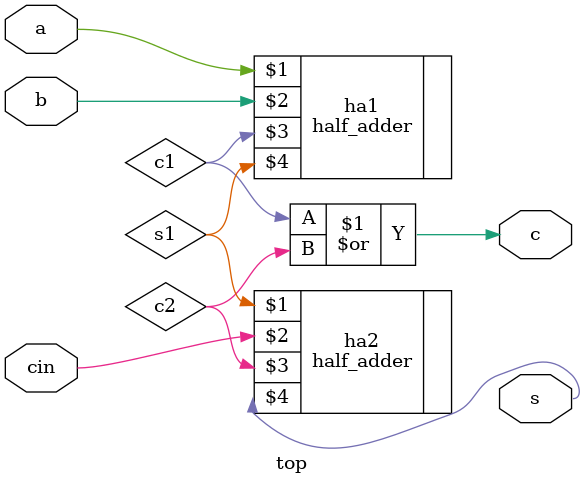
<source format=v>
`timescale 1ns / 1ps

module top(
    input a, b,cin, 
    output c, s
);
    wire c1, c2, s1;
    half_adder ha1(a, b, c1, s1);
    half_adder ha2(s1, cin, c2, s);
    assign c = c1 | c2;
endmodule

</source>
